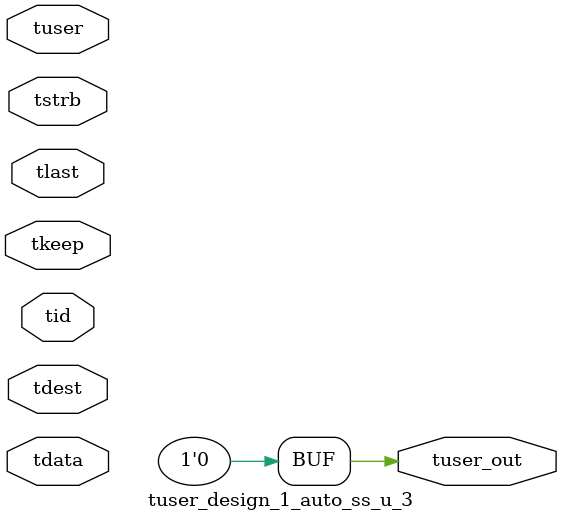
<source format=v>


`timescale 1ps/1ps

module tuser_design_1_auto_ss_u_3 #
(
parameter C_S_AXIS_TUSER_WIDTH = 1,
parameter C_S_AXIS_TDATA_WIDTH = 32,
parameter C_S_AXIS_TID_WIDTH   = 0,
parameter C_S_AXIS_TDEST_WIDTH = 0,
parameter C_M_AXIS_TUSER_WIDTH = 1
)
(
input  [(C_S_AXIS_TUSER_WIDTH == 0 ? 1 : C_S_AXIS_TUSER_WIDTH)-1:0     ] tuser,
input  [(C_S_AXIS_TDATA_WIDTH == 0 ? 1 : C_S_AXIS_TDATA_WIDTH)-1:0     ] tdata,
input  [(C_S_AXIS_TID_WIDTH   == 0 ? 1 : C_S_AXIS_TID_WIDTH)-1:0       ] tid,
input  [(C_S_AXIS_TDEST_WIDTH == 0 ? 1 : C_S_AXIS_TDEST_WIDTH)-1:0     ] tdest,
input  [(C_S_AXIS_TDATA_WIDTH/8)-1:0 ] tkeep,
input  [(C_S_AXIS_TDATA_WIDTH/8)-1:0 ] tstrb,
input                                                                    tlast,
output [C_M_AXIS_TUSER_WIDTH-1:0] tuser_out
);

assign tuser_out = {1'b0};

endmodule


</source>
